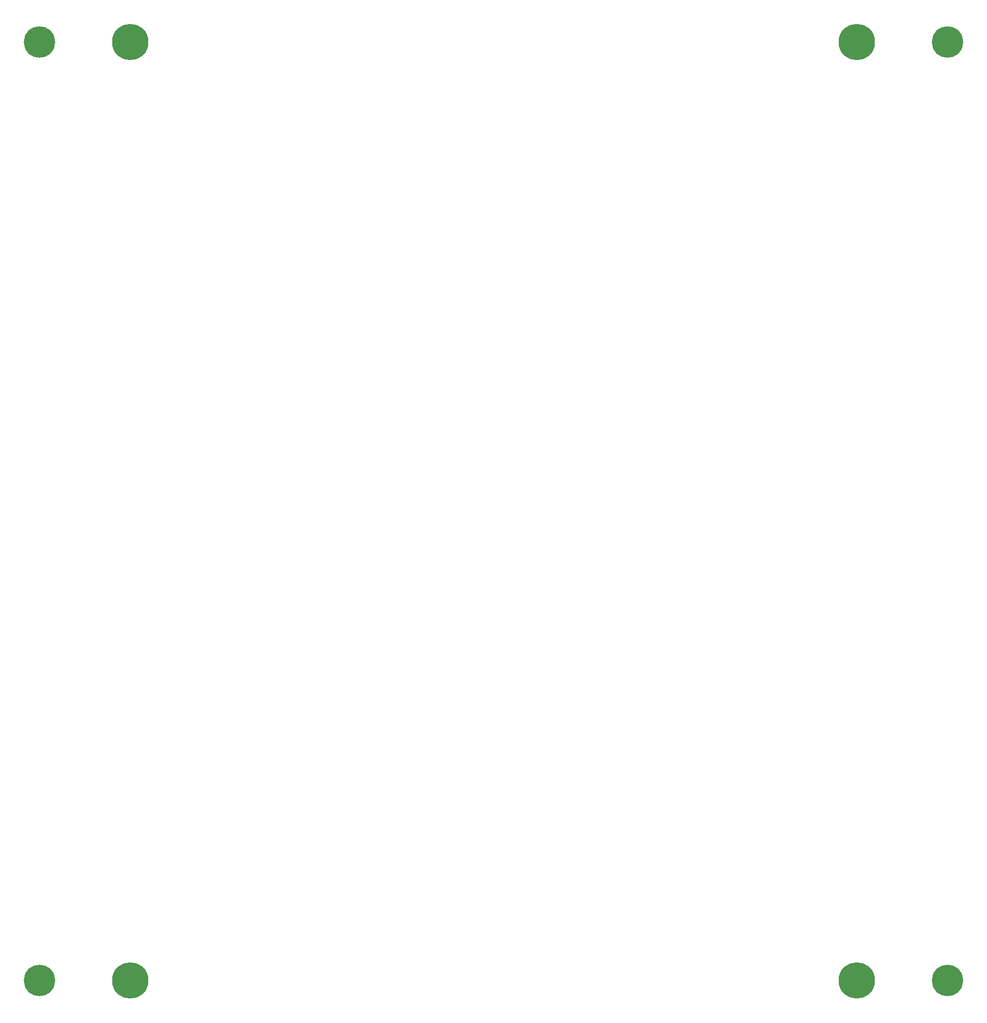
<source format=gts>
%MOIN*%
%OFA0B0*%
%FSLAX44Y44*%
%IPPOS*%
%LPD*%
%ADD10C,0.23622047244094491*%
%ADD11C,0.20472440944881892*%
D10*
X00007874Y00001968D03*
X00055118Y00001968D03*
X00055118Y00062992D03*
X00007874Y00062992D03*
D11*
X00001968Y00001968D03*
X00061023Y00001968D03*
X00061023Y00062992D03*
X00001968Y00062992D03*
M02*
</source>
